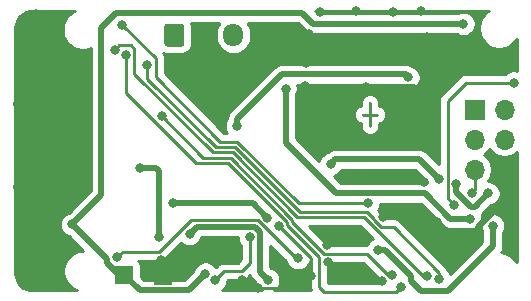
<source format=gbr>
%TF.GenerationSoftware,KiCad,Pcbnew,(5.1.10)-1*%
%TF.CreationDate,2022-01-07T12:59:57+03:00*%
%TF.ProjectId,calve_heater,63616c76-655f-4686-9561-7465722e6b69,rev?*%
%TF.SameCoordinates,Original*%
%TF.FileFunction,Copper,L2,Bot*%
%TF.FilePolarity,Positive*%
%FSLAX46Y46*%
G04 Gerber Fmt 4.6, Leading zero omitted, Abs format (unit mm)*
G04 Created by KiCad (PCBNEW (5.1.10)-1) date 2022-01-07 12:59:57*
%MOMM*%
%LPD*%
G01*
G04 APERTURE LIST*
%TA.AperFunction,ComponentPad*%
%ADD10C,1.450000*%
%TD*%
%TA.AperFunction,ComponentPad*%
%ADD11O,1.900000X1.200000*%
%TD*%
%TA.AperFunction,ComponentPad*%
%ADD12O,1.700000X1.950000*%
%TD*%
%TA.AperFunction,ComponentPad*%
%ADD13C,0.500000*%
%TD*%
%TA.AperFunction,SMDPad,CuDef*%
%ADD14R,1.680000X1.680000*%
%TD*%
%TA.AperFunction,ComponentPad*%
%ADD15C,0.300000*%
%TD*%
%TA.AperFunction,ComponentPad*%
%ADD16R,1.700000X1.700000*%
%TD*%
%TA.AperFunction,ComponentPad*%
%ADD17O,1.700000X1.700000*%
%TD*%
%TA.AperFunction,SMDPad,CuDef*%
%ADD18R,1.500000X1.500000*%
%TD*%
%TA.AperFunction,ViaPad*%
%ADD19C,0.800000*%
%TD*%
%TA.AperFunction,Conductor*%
%ADD20C,0.250000*%
%TD*%
%TA.AperFunction,Conductor*%
%ADD21C,0.500000*%
%TD*%
%TA.AperFunction,Conductor*%
%ADD22C,0.254000*%
%TD*%
%TA.AperFunction,Conductor*%
%ADD23C,0.100000*%
%TD*%
G04 APERTURE END LIST*
D10*
%TO.P,J1,6*%
%TO.N,GND*%
X16162500Y-134550000D03*
X16162500Y-139550000D03*
D11*
X13462500Y-133550000D03*
X13462500Y-140550000D03*
%TD*%
%TO.P,J2,1*%
%TO.N,/controller/HEATER_+VE*%
%TA.AperFunction,ComponentPad*%
G36*
G01*
X25350000Y-128450000D02*
X25350000Y-127000000D01*
G75*
G02*
X25600000Y-126750000I250000J0D01*
G01*
X26800000Y-126750000D01*
G75*
G02*
X27050000Y-127000000I0J-250000D01*
G01*
X27050000Y-128450000D01*
G75*
G02*
X26800000Y-128700000I-250000J0D01*
G01*
X25600000Y-128700000D01*
G75*
G02*
X25350000Y-128450000I0J250000D01*
G01*
G37*
%TD.AperFunction*%
D12*
%TO.P,J2,2*%
%TO.N,GND*%
X28700000Y-127725000D03*
%TO.P,J2,3*%
%TO.N,/controller/RTD_+VE*%
X31200000Y-127725000D03*
%TO.P,J2,4*%
%TO.N,GND*%
X33700000Y-127725000D03*
%TD*%
D13*
%TO.P,U1,17*%
%TO.N,GND*%
X30360000Y-145785000D03*
X31540000Y-145785000D03*
X30360000Y-146965000D03*
X31540000Y-146965000D03*
D14*
X30950000Y-146375000D03*
%TD*%
D15*
%TO.P,U2,12*%
%TO.N,N/C*%
X42775000Y-135400000D03*
%TO.P,U2,13*%
X42200000Y-134450000D03*
%TO.P,U2,14*%
X43350000Y-134450000D03*
%TO.P,U2,15*%
X42775000Y-133500000D03*
%TD*%
D16*
%TO.P,J3,1*%
%TO.N,/controller/MISO*%
X51625000Y-134025000D03*
D17*
%TO.P,J3,2*%
%TO.N,+3V3*%
X54165000Y-134025000D03*
%TO.P,J3,3*%
%TO.N,/controller/CLK*%
X51625000Y-136565000D03*
%TO.P,J3,4*%
%TO.N,/controller/MOSI*%
X54165000Y-136565000D03*
%TO.P,J3,5*%
%TO.N,/controller/reset*%
X51625000Y-139105000D03*
%TO.P,J3,6*%
%TO.N,GND*%
X54165000Y-139105000D03*
%TD*%
D18*
%TO.P,bat+,1*%
%TO.N,vbat+*%
X21975000Y-148025000D03*
%TD*%
%TO.P,bat-,1*%
%TO.N,GND*%
X25250000Y-148125000D03*
%TD*%
D19*
%TO.N,GND*%
X46400000Y-143725000D03*
X41775000Y-145175000D03*
X43500000Y-139450000D03*
X48400000Y-143525000D03*
X51881547Y-144296346D03*
X43899954Y-143125037D03*
X41346929Y-144600010D03*
X31950000Y-148425000D03*
X25075000Y-146800000D03*
X16375000Y-130275000D03*
X47375000Y-140125000D03*
X33300000Y-149175000D03*
X37275000Y-132000000D03*
X37325000Y-130125000D03*
X41900000Y-136625000D03*
X43750000Y-148550000D03*
X35025000Y-143875000D03*
X39150000Y-145498394D03*
X39200021Y-146948405D03*
X42425000Y-132150000D03*
X14450000Y-125950000D03*
X14350000Y-129225000D03*
X14350000Y-142750000D03*
X15775000Y-148875000D03*
X38525000Y-125725000D03*
X41550000Y-125700000D03*
X44675000Y-125725000D03*
X47075000Y-125700000D03*
X37600000Y-127600000D03*
X47625000Y-127900000D03*
X47675000Y-131600000D03*
X51025000Y-130350000D03*
X47150000Y-135275000D03*
X37750001Y-148125000D03*
%TO.N,/PWR_OUT*%
X31525000Y-135400000D03*
X24900000Y-144800000D03*
X23300000Y-139000000D03*
X46025000Y-131299990D03*
%TO.N,VBUS*%
X26100000Y-141925000D03*
X29650000Y-148474969D03*
X32600000Y-144800000D03*
X34088557Y-143192045D03*
%TO.N,+5V*%
X39425000Y-138650000D03*
X48571857Y-139872032D03*
%TO.N,/VBAT_OUT*%
X27497468Y-144575010D03*
X34137430Y-148449990D03*
%TO.N,/controller/RTD_+VE*%
X51250000Y-143250000D03*
X35625000Y-132250000D03*
%TO.N,/controller/reset*%
X51419600Y-141066035D03*
%TO.N,/controller/HEATER_PWM_PIN*%
X25125000Y-134600000D03*
X44616739Y-148036169D03*
%TO.N,/controller/LED_RED*%
X22099990Y-129400010D03*
X45349998Y-149075000D03*
%TO.N,/controller/LED_GREEN*%
X21155354Y-128975010D03*
X47562861Y-148158468D03*
%TO.N,/controller/LED_BLUE*%
X23900000Y-130225000D03*
X48617763Y-148391985D03*
%TO.N,/controller/TEMP_LVL_BTN*%
X21775000Y-126825000D03*
X42582046Y-141954673D03*
%TO.N,/controller/ON_OFF_BTN*%
X36664832Y-146615151D03*
X21325000Y-146550000D03*
%TO.N,vbat+*%
X17525000Y-143750000D03*
X28823481Y-147912040D03*
X50675000Y-126775000D03*
%TO.N,+3V3*%
X43468079Y-145891022D03*
X52782752Y-141123484D03*
X53176048Y-143851048D03*
X50070458Y-140299990D03*
%TO.N,Net-(R16-Pad2)*%
X49904336Y-142076956D03*
X54950000Y-131750000D03*
%TD*%
D20*
%TO.N,*%
X42200000Y-134450000D02*
X43350000Y-134450000D01*
X42775000Y-133500000D02*
X42775000Y-135400000D01*
D21*
%TO.N,GND*%
X25075000Y-147950000D02*
X25250000Y-148125000D01*
X25075000Y-146800000D02*
X25075000Y-147950000D01*
X51881547Y-144296346D02*
X51881547Y-143943453D01*
X51881547Y-143943453D02*
X54425000Y-141400000D01*
X54425000Y-139365000D02*
X54165000Y-139105000D01*
X54425000Y-141400000D02*
X54425000Y-139365000D01*
X48400000Y-143525000D02*
X49200000Y-144325000D01*
X51852893Y-144325000D02*
X51881547Y-144296346D01*
X49200000Y-144325000D02*
X51852893Y-144325000D01*
X43500000Y-139450000D02*
X44275000Y-139450000D01*
X44950000Y-140125000D02*
X47375000Y-140125000D01*
X44275000Y-139450000D02*
X44950000Y-140125000D01*
D20*
X36225000Y-145075000D02*
X36425000Y-145275000D01*
X35025000Y-143875000D02*
X36225000Y-145075000D01*
D21*
X51025000Y-130350000D02*
X51500000Y-130350000D01*
X46500000Y-132150000D02*
X42425000Y-132150000D01*
X47150000Y-132800000D02*
X46500000Y-132150000D01*
X47150000Y-135275000D02*
X47150000Y-132800000D01*
D20*
X37750001Y-147559315D02*
X37750001Y-148125000D01*
X37750001Y-146600001D02*
X37750001Y-147559315D01*
X31950000Y-148425000D02*
X32700000Y-149175000D01*
X36700001Y-149175000D02*
X37750001Y-148125000D01*
X36225000Y-145075000D02*
X37750001Y-146600001D01*
X32700000Y-149175000D02*
X36700001Y-149175000D01*
D21*
%TO.N,/PWR_OUT*%
X24900000Y-144800000D02*
X24900000Y-139225000D01*
X24675000Y-139000000D02*
X23300000Y-139000000D01*
X24900000Y-139225000D02*
X24675000Y-139000000D01*
X35309314Y-131050001D02*
X45775011Y-131050001D01*
X45775011Y-131050001D02*
X46025000Y-131299990D01*
X31525000Y-135400000D02*
X31525000Y-134834315D01*
X31525000Y-134834315D02*
X35309314Y-131050001D01*
%TO.N,VBUS*%
X26100000Y-141925000D02*
X32821512Y-141925000D01*
X32821512Y-141925000D02*
X34088557Y-143192045D01*
D20*
X32600000Y-146990002D02*
X32600000Y-144800000D01*
X31890003Y-147699999D02*
X32600000Y-146990002D01*
X29650000Y-148474969D02*
X30424970Y-147699999D01*
X30424970Y-147699999D02*
X31890003Y-147699999D01*
D21*
%TO.N,+5V*%
X39824999Y-138250001D02*
X46949826Y-138250001D01*
X39425000Y-138650000D02*
X39824999Y-138250001D01*
X46949826Y-138250001D02*
X48571857Y-139872032D01*
%TO.N,/VBAT_OUT*%
X27497468Y-144575010D02*
X28122480Y-143949998D01*
X33008002Y-143949998D02*
X33450002Y-144391998D01*
X28122480Y-143949998D02*
X33008002Y-143949998D01*
X33450002Y-144391998D02*
X33450002Y-147762562D01*
X33450002Y-147762562D02*
X34137430Y-148449990D01*
%TO.N,/controller/RTD_+VE*%
X31200000Y-127725000D02*
X31200000Y-128375000D01*
X35625000Y-136825000D02*
X39904671Y-141104671D01*
X47418518Y-141104671D02*
X49563847Y-143250000D01*
X35625000Y-132250000D02*
X35625000Y-136825000D01*
X39904671Y-141104671D02*
X47418518Y-141104671D01*
X49563847Y-143250000D02*
X51250000Y-143250000D01*
D20*
%TO.N,/controller/reset*%
X51625000Y-140860635D02*
X51419600Y-141066035D01*
X51625000Y-139105000D02*
X51625000Y-140860635D01*
%TO.N,/controller/HEATER_PWM_PIN*%
X28625000Y-138100000D02*
X30959413Y-138100000D01*
X44309171Y-148036169D02*
X44616739Y-148036169D01*
X30959413Y-138100000D02*
X36200012Y-143340599D01*
X36200012Y-143577028D02*
X38846388Y-146223404D01*
X42496406Y-146223404D02*
X44309171Y-148036169D01*
X38846388Y-146223404D02*
X42496406Y-146223404D01*
X36200012Y-143340599D02*
X36200012Y-143577028D01*
X25125000Y-134600000D02*
X28625000Y-138100000D01*
%TO.N,/controller/LED_RED*%
X38475011Y-149075011D02*
X38874999Y-149474999D01*
X35750001Y-143805487D02*
X38475011Y-146530497D01*
X38475011Y-146530497D02*
X38475011Y-149075011D01*
X35750001Y-143526999D02*
X35750001Y-143805487D01*
X38874999Y-149474999D02*
X44949999Y-149474999D01*
X30773013Y-138550011D02*
X35750001Y-143526999D01*
X28002007Y-138550011D02*
X30773013Y-138550011D01*
X22099990Y-132647994D02*
X28002007Y-138550011D01*
X22099990Y-129400010D02*
X22099990Y-132647994D01*
X44949999Y-149474999D02*
X45349998Y-149075000D01*
%TO.N,/controller/LED_GREEN*%
X22525011Y-128575011D02*
X22825000Y-128875000D01*
X22825000Y-131001996D02*
X29472993Y-137649989D01*
X21155354Y-128975010D02*
X21555353Y-128575011D01*
X21555353Y-128575011D02*
X22525011Y-128575011D01*
X22825000Y-128875000D02*
X22825000Y-131001996D01*
X29472993Y-137649989D02*
X31145813Y-137649989D01*
X31145813Y-137649989D02*
X36620813Y-143124989D01*
X36620813Y-143124989D02*
X42238179Y-143124989D01*
X42238179Y-143124989D02*
X47271658Y-148158468D01*
X47271658Y-148158468D02*
X47562861Y-148158468D01*
%TO.N,/controller/LED_BLUE*%
X43100022Y-143275423D02*
X43100022Y-143350417D01*
X42499577Y-142674978D02*
X43100022Y-143275423D01*
X43100022Y-143350417D02*
X43724606Y-143975001D01*
X31332212Y-137199978D02*
X36807212Y-142674978D01*
X29699978Y-137199978D02*
X31332212Y-137199978D01*
X23900000Y-131400000D02*
X29699978Y-137199978D01*
X23900000Y-130225000D02*
X23900000Y-131400000D01*
X48617763Y-147826300D02*
X48617763Y-148391985D01*
X36807212Y-142674978D02*
X42499577Y-142674978D01*
X43724606Y-143975001D02*
X44766464Y-143975001D01*
X44766464Y-143975001D02*
X48617763Y-147826300D01*
%TO.N,/controller/TEMP_LVL_BTN*%
X31518612Y-136749967D02*
X36723318Y-141954673D01*
X36723318Y-141954673D02*
X42582046Y-141954673D01*
X24625001Y-131275001D02*
X30099967Y-136749967D01*
X30099967Y-136749967D02*
X31518612Y-136749967D01*
X21775000Y-126825000D02*
X24625001Y-129675001D01*
X24625001Y-129675001D02*
X24625001Y-131275001D01*
%TO.N,/controller/ON_OFF_BTN*%
X21824999Y-146050001D02*
X21325000Y-146550000D01*
X24899999Y-146050001D02*
X21824999Y-146050001D01*
X27575013Y-143374987D02*
X24899999Y-146050001D01*
X33246179Y-143374987D02*
X27575013Y-143374987D01*
X36664832Y-146615151D02*
X36486343Y-146615151D01*
X36486343Y-146615151D02*
X33246179Y-143374987D01*
D21*
%TO.N,vbat+*%
X27410520Y-149325001D02*
X28823481Y-147912040D01*
X21975000Y-148025000D02*
X23275001Y-149325001D01*
X23275001Y-149325001D02*
X27410520Y-149325001D01*
X17525000Y-143750000D02*
X19500000Y-141775000D01*
X20025001Y-141249999D02*
X20025001Y-127124999D01*
X19500000Y-141775000D02*
X20025001Y-141249999D01*
X20025001Y-127124999D02*
X21300000Y-125850000D01*
X21300000Y-125850000D02*
X37050000Y-125850000D01*
X37975000Y-126775000D02*
X50675000Y-126775000D01*
X37050000Y-125850000D02*
X37975000Y-126775000D01*
X20475000Y-146700000D02*
X17525000Y-143750000D01*
X20475000Y-147000000D02*
X20475000Y-146700000D01*
X21500000Y-148025000D02*
X20475000Y-147000000D01*
X21975000Y-148025000D02*
X21500000Y-148025000D01*
%TO.N,+3V3*%
X44033764Y-145891022D02*
X46225000Y-148082258D01*
X43468079Y-145891022D02*
X44033764Y-145891022D01*
X46225000Y-148082258D02*
X46225000Y-148500000D01*
X53176048Y-145598952D02*
X53176048Y-143851048D01*
X46225000Y-148550000D02*
X47050000Y-149375000D01*
X46225000Y-148082258D02*
X46225000Y-148550000D01*
X47050000Y-149375000D02*
X49400000Y-149375000D01*
X49400000Y-149375000D02*
X53176048Y-145598952D01*
X50070458Y-140985074D02*
X50070458Y-140299990D01*
X52782752Y-141123484D02*
X51631236Y-142275000D01*
X51360384Y-142275000D02*
X50070458Y-140985074D01*
X51631236Y-142275000D02*
X51360384Y-142275000D01*
D20*
%TO.N,Net-(R16-Pad2)*%
X49904336Y-142076956D02*
X49345457Y-141518077D01*
X49345457Y-141518077D02*
X49345457Y-133304543D01*
X49345457Y-133304543D02*
X50900000Y-131750000D01*
X50900000Y-131750000D02*
X54950000Y-131750000D01*
%TD*%
D22*
%TO.N,GND*%
X17653169Y-125712463D02*
X17369002Y-125902337D01*
X17127337Y-126144002D01*
X16937463Y-126428169D01*
X16806675Y-126743919D01*
X16740000Y-127079117D01*
X16740000Y-127420883D01*
X16806675Y-127756081D01*
X16937463Y-128071831D01*
X17127337Y-128355998D01*
X17369002Y-128597663D01*
X17653169Y-128787537D01*
X17968919Y-128918325D01*
X18304117Y-128985000D01*
X18645883Y-128985000D01*
X18981081Y-128918325D01*
X19140002Y-128852498D01*
X19140001Y-140883421D01*
X18904959Y-141118463D01*
X18904953Y-141118468D01*
X17279957Y-142743465D01*
X17223102Y-142754774D01*
X17034744Y-142832795D01*
X16865226Y-142946063D01*
X16721063Y-143090226D01*
X16607795Y-143259744D01*
X16529774Y-143448102D01*
X16490000Y-143648061D01*
X16490000Y-143851939D01*
X16529774Y-144051898D01*
X16607795Y-144240256D01*
X16721063Y-144409774D01*
X16865226Y-144553937D01*
X17034744Y-144667205D01*
X17223102Y-144745226D01*
X17279957Y-144756535D01*
X18488421Y-145965000D01*
X18379117Y-145965000D01*
X18043919Y-146031675D01*
X17728169Y-146162463D01*
X17444002Y-146352337D01*
X17202337Y-146594002D01*
X17012463Y-146878169D01*
X16881675Y-147193919D01*
X16815000Y-147529117D01*
X16815000Y-147870883D01*
X16881675Y-148206081D01*
X17012463Y-148521831D01*
X17202337Y-148805998D01*
X17444002Y-149047663D01*
X17728169Y-149237537D01*
X17975536Y-149340000D01*
X14207278Y-149340000D01*
X13895917Y-149309471D01*
X13627464Y-149228420D01*
X13379871Y-149096773D01*
X13162555Y-148919534D01*
X12983812Y-148703471D01*
X12850434Y-148456795D01*
X12767511Y-148188913D01*
X12735000Y-147879591D01*
X12735000Y-127107279D01*
X12765053Y-126800775D01*
X12844694Y-126536992D01*
X12974051Y-126293705D01*
X13148203Y-126080174D01*
X13360514Y-125904535D01*
X13602892Y-125773482D01*
X13866111Y-125692002D01*
X14170591Y-125660000D01*
X17779826Y-125660000D01*
X17653169Y-125712463D01*
%TA.AperFunction,Conductor*%
D23*
G36*
X17653169Y-125712463D02*
G01*
X17369002Y-125902337D01*
X17127337Y-126144002D01*
X16937463Y-126428169D01*
X16806675Y-126743919D01*
X16740000Y-127079117D01*
X16740000Y-127420883D01*
X16806675Y-127756081D01*
X16937463Y-128071831D01*
X17127337Y-128355998D01*
X17369002Y-128597663D01*
X17653169Y-128787537D01*
X17968919Y-128918325D01*
X18304117Y-128985000D01*
X18645883Y-128985000D01*
X18981081Y-128918325D01*
X19140002Y-128852498D01*
X19140001Y-140883421D01*
X18904959Y-141118463D01*
X18904953Y-141118468D01*
X17279957Y-142743465D01*
X17223102Y-142754774D01*
X17034744Y-142832795D01*
X16865226Y-142946063D01*
X16721063Y-143090226D01*
X16607795Y-143259744D01*
X16529774Y-143448102D01*
X16490000Y-143648061D01*
X16490000Y-143851939D01*
X16529774Y-144051898D01*
X16607795Y-144240256D01*
X16721063Y-144409774D01*
X16865226Y-144553937D01*
X17034744Y-144667205D01*
X17223102Y-144745226D01*
X17279957Y-144756535D01*
X18488421Y-145965000D01*
X18379117Y-145965000D01*
X18043919Y-146031675D01*
X17728169Y-146162463D01*
X17444002Y-146352337D01*
X17202337Y-146594002D01*
X17012463Y-146878169D01*
X16881675Y-147193919D01*
X16815000Y-147529117D01*
X16815000Y-147870883D01*
X16881675Y-148206081D01*
X17012463Y-148521831D01*
X17202337Y-148805998D01*
X17444002Y-149047663D01*
X17728169Y-149237537D01*
X17975536Y-149340000D01*
X14207278Y-149340000D01*
X13895917Y-149309471D01*
X13627464Y-149228420D01*
X13379871Y-149096773D01*
X13162555Y-148919534D01*
X12983812Y-148703471D01*
X12850434Y-148456795D01*
X12767511Y-148188913D01*
X12735000Y-147879591D01*
X12735000Y-127107279D01*
X12765053Y-126800775D01*
X12844694Y-126536992D01*
X12974051Y-126293705D01*
X13148203Y-126080174D01*
X13360514Y-125904535D01*
X13602892Y-125773482D01*
X13866111Y-125692002D01*
X14170591Y-125660000D01*
X17779826Y-125660000D01*
X17653169Y-125712463D01*
G37*
%TD.AperFunction*%
D22*
X32628414Y-148102875D02*
X32710592Y-148256621D01*
X32793470Y-148357608D01*
X32793473Y-148357611D01*
X32821186Y-148391379D01*
X32854953Y-148419091D01*
X33130895Y-148695033D01*
X33142204Y-148751888D01*
X33220225Y-148940246D01*
X33333493Y-149109764D01*
X33477656Y-149253927D01*
X33606474Y-149340000D01*
X30218340Y-149340000D01*
X30309774Y-149278906D01*
X30453937Y-149134743D01*
X30567205Y-148965225D01*
X30645226Y-148776867D01*
X30685000Y-148576908D01*
X30685000Y-148514771D01*
X30739772Y-148459999D01*
X31852681Y-148459999D01*
X31890003Y-148463675D01*
X31927325Y-148459999D01*
X31927336Y-148459999D01*
X32038989Y-148449002D01*
X32182250Y-148405545D01*
X32314279Y-148334973D01*
X32430004Y-148240000D01*
X32453806Y-148210997D01*
X32612939Y-148051864D01*
X32628414Y-148102875D01*
%TA.AperFunction,Conductor*%
D23*
G36*
X32628414Y-148102875D02*
G01*
X32710592Y-148256621D01*
X32793470Y-148357608D01*
X32793473Y-148357611D01*
X32821186Y-148391379D01*
X32854953Y-148419091D01*
X33130895Y-148695033D01*
X33142204Y-148751888D01*
X33220225Y-148940246D01*
X33333493Y-149109764D01*
X33477656Y-149253927D01*
X33606474Y-149340000D01*
X30218340Y-149340000D01*
X30309774Y-149278906D01*
X30453937Y-149134743D01*
X30567205Y-148965225D01*
X30645226Y-148776867D01*
X30685000Y-148576908D01*
X30685000Y-148514771D01*
X30739772Y-148459999D01*
X31852681Y-148459999D01*
X31890003Y-148463675D01*
X31927325Y-148459999D01*
X31927336Y-148459999D01*
X32038989Y-148449002D01*
X32182250Y-148405545D01*
X32314279Y-148334973D01*
X32430004Y-148240000D01*
X32453806Y-148210997D01*
X32612939Y-148051864D01*
X32628414Y-148102875D01*
G37*
%TD.AperFunction*%
D22*
X35658722Y-146862332D02*
X35669606Y-146917049D01*
X35747627Y-147105407D01*
X35860895Y-147274925D01*
X36005058Y-147419088D01*
X36174576Y-147532356D01*
X36362934Y-147610377D01*
X36562893Y-147650151D01*
X36766771Y-147650151D01*
X36966730Y-147610377D01*
X37155088Y-147532356D01*
X37324606Y-147419088D01*
X37468769Y-147274925D01*
X37582037Y-147105407D01*
X37660058Y-146917049D01*
X37681079Y-146811367D01*
X37715011Y-146845299D01*
X37715012Y-149037679D01*
X37711335Y-149075011D01*
X37715012Y-149112344D01*
X37726009Y-149223997D01*
X37736567Y-149258802D01*
X37761197Y-149340000D01*
X34668386Y-149340000D01*
X34797204Y-149253927D01*
X34941367Y-149109764D01*
X35054635Y-148940246D01*
X35132656Y-148751888D01*
X35172430Y-148551929D01*
X35172430Y-148348051D01*
X35132656Y-148148092D01*
X35054635Y-147959734D01*
X34941367Y-147790216D01*
X34797204Y-147646053D01*
X34627686Y-147532785D01*
X34439328Y-147454764D01*
X34382473Y-147443455D01*
X34335002Y-147395984D01*
X34335002Y-145538612D01*
X35658722Y-146862332D01*
%TA.AperFunction,Conductor*%
D23*
G36*
X35658722Y-146862332D02*
G01*
X35669606Y-146917049D01*
X35747627Y-147105407D01*
X35860895Y-147274925D01*
X36005058Y-147419088D01*
X36174576Y-147532356D01*
X36362934Y-147610377D01*
X36562893Y-147650151D01*
X36766771Y-147650151D01*
X36966730Y-147610377D01*
X37155088Y-147532356D01*
X37324606Y-147419088D01*
X37468769Y-147274925D01*
X37582037Y-147105407D01*
X37660058Y-146917049D01*
X37681079Y-146811367D01*
X37715011Y-146845299D01*
X37715012Y-149037679D01*
X37711335Y-149075011D01*
X37715012Y-149112344D01*
X37726009Y-149223997D01*
X37736567Y-149258802D01*
X37761197Y-149340000D01*
X34668386Y-149340000D01*
X34797204Y-149253927D01*
X34941367Y-149109764D01*
X35054635Y-148940246D01*
X35132656Y-148751888D01*
X35172430Y-148551929D01*
X35172430Y-148348051D01*
X35132656Y-148148092D01*
X35054635Y-147959734D01*
X34941367Y-147790216D01*
X34797204Y-147646053D01*
X34627686Y-147532785D01*
X34439328Y-147454764D01*
X34382473Y-147443455D01*
X34335002Y-147395984D01*
X34335002Y-145538612D01*
X35658722Y-146862332D01*
G37*
%TD.AperFunction*%
D22*
X43681792Y-148483592D02*
X43699534Y-148526425D01*
X43812802Y-148695943D01*
X43831858Y-148714999D01*
X39235011Y-148714999D01*
X39235011Y-146983404D01*
X42181605Y-146983404D01*
X43681792Y-148483592D01*
%TA.AperFunction,Conductor*%
D23*
G36*
X43681792Y-148483592D02*
G01*
X43699534Y-148526425D01*
X43812802Y-148695943D01*
X43831858Y-148714999D01*
X39235011Y-148714999D01*
X39235011Y-146983404D01*
X42181605Y-146983404D01*
X43681792Y-148483592D01*
G37*
%TD.AperFunction*%
D22*
X31565000Y-144901939D02*
X31604774Y-145101898D01*
X31682795Y-145290256D01*
X31796063Y-145459774D01*
X31840001Y-145503712D01*
X31840000Y-146675199D01*
X31575201Y-146939999D01*
X30462292Y-146939999D01*
X30424969Y-146936323D01*
X30387646Y-146939999D01*
X30387637Y-146939999D01*
X30275984Y-146950996D01*
X30157029Y-146987080D01*
X30132723Y-146994453D01*
X30000693Y-147065025D01*
X29934969Y-147118964D01*
X29884969Y-147159998D01*
X29861171Y-147188997D01*
X29695704Y-147354463D01*
X29627418Y-147252266D01*
X29483255Y-147108103D01*
X29313737Y-146994835D01*
X29125379Y-146916814D01*
X28925420Y-146877040D01*
X28721542Y-146877040D01*
X28521583Y-146916814D01*
X28333225Y-146994835D01*
X28163707Y-147108103D01*
X28019544Y-147252266D01*
X27906276Y-147421784D01*
X27828255Y-147610142D01*
X27816946Y-147666996D01*
X27043942Y-148440001D01*
X23641580Y-148440001D01*
X23363072Y-148161493D01*
X23363072Y-147275000D01*
X23350812Y-147150518D01*
X23314502Y-147030820D01*
X23255537Y-146920506D01*
X23176185Y-146823815D01*
X23159353Y-146810001D01*
X24862677Y-146810001D01*
X24899999Y-146813677D01*
X24937321Y-146810001D01*
X24937332Y-146810001D01*
X25048985Y-146799004D01*
X25192246Y-146755547D01*
X25324275Y-146684975D01*
X25440000Y-146590002D01*
X25463803Y-146560998D01*
X26741774Y-145283027D01*
X26837694Y-145378947D01*
X27007212Y-145492215D01*
X27195570Y-145570236D01*
X27395529Y-145610010D01*
X27599407Y-145610010D01*
X27799366Y-145570236D01*
X27987724Y-145492215D01*
X28157242Y-145378947D01*
X28301405Y-145234784D01*
X28414673Y-145065266D01*
X28492694Y-144876908D01*
X28501030Y-144834998D01*
X31565000Y-144834998D01*
X31565000Y-144901939D01*
%TA.AperFunction,Conductor*%
D23*
G36*
X31565000Y-144901939D02*
G01*
X31604774Y-145101898D01*
X31682795Y-145290256D01*
X31796063Y-145459774D01*
X31840001Y-145503712D01*
X31840000Y-146675199D01*
X31575201Y-146939999D01*
X30462292Y-146939999D01*
X30424969Y-146936323D01*
X30387646Y-146939999D01*
X30387637Y-146939999D01*
X30275984Y-146950996D01*
X30157029Y-146987080D01*
X30132723Y-146994453D01*
X30000693Y-147065025D01*
X29934969Y-147118964D01*
X29884969Y-147159998D01*
X29861171Y-147188997D01*
X29695704Y-147354463D01*
X29627418Y-147252266D01*
X29483255Y-147108103D01*
X29313737Y-146994835D01*
X29125379Y-146916814D01*
X28925420Y-146877040D01*
X28721542Y-146877040D01*
X28521583Y-146916814D01*
X28333225Y-146994835D01*
X28163707Y-147108103D01*
X28019544Y-147252266D01*
X27906276Y-147421784D01*
X27828255Y-147610142D01*
X27816946Y-147666996D01*
X27043942Y-148440001D01*
X23641580Y-148440001D01*
X23363072Y-148161493D01*
X23363072Y-147275000D01*
X23350812Y-147150518D01*
X23314502Y-147030820D01*
X23255537Y-146920506D01*
X23176185Y-146823815D01*
X23159353Y-146810001D01*
X24862677Y-146810001D01*
X24899999Y-146813677D01*
X24937321Y-146810001D01*
X24937332Y-146810001D01*
X25048985Y-146799004D01*
X25192246Y-146755547D01*
X25324275Y-146684975D01*
X25440000Y-146590002D01*
X25463803Y-146560998D01*
X26741774Y-145283027D01*
X26837694Y-145378947D01*
X27007212Y-145492215D01*
X27195570Y-145570236D01*
X27395529Y-145610010D01*
X27599407Y-145610010D01*
X27799366Y-145570236D01*
X27987724Y-145492215D01*
X28157242Y-145378947D01*
X28301405Y-145234784D01*
X28414673Y-145065266D01*
X28492694Y-144876908D01*
X28501030Y-144834998D01*
X31565000Y-144834998D01*
X31565000Y-144901939D01*
G37*
%TD.AperFunction*%
D22*
X48907317Y-143845049D02*
X48935030Y-143878817D01*
X48968798Y-143906530D01*
X48968800Y-143906532D01*
X49025406Y-143952987D01*
X49069788Y-143989411D01*
X49223534Y-144071589D01*
X49390357Y-144122195D01*
X49520370Y-144135000D01*
X49520380Y-144135000D01*
X49563846Y-144139281D01*
X49607312Y-144135000D01*
X50711546Y-144135000D01*
X50759744Y-144167205D01*
X50948102Y-144245226D01*
X51148061Y-144285000D01*
X51351939Y-144285000D01*
X51551898Y-144245226D01*
X51740256Y-144167205D01*
X51909774Y-144053937D01*
X52053937Y-143909774D01*
X52141048Y-143779403D01*
X52141048Y-143952987D01*
X52180822Y-144152946D01*
X52258843Y-144341304D01*
X52291049Y-144389503D01*
X52291048Y-145232373D01*
X49560369Y-147963053D01*
X49534968Y-147901729D01*
X49421700Y-147732211D01*
X49366750Y-147677261D01*
X49323309Y-147534053D01*
X49252737Y-147402024D01*
X49157764Y-147286299D01*
X49128767Y-147262502D01*
X45330268Y-143464004D01*
X45306465Y-143435000D01*
X45190740Y-143340027D01*
X45058711Y-143269455D01*
X44915450Y-143225998D01*
X44803797Y-143215001D01*
X44803786Y-143215001D01*
X44766464Y-143211325D01*
X44729142Y-143215001D01*
X44039408Y-143215001D01*
X43803255Y-142978849D01*
X43734996Y-142851147D01*
X43706191Y-142816048D01*
X43663821Y-142764419D01*
X43663817Y-142764415D01*
X43640023Y-142735422D01*
X43611031Y-142711629D01*
X43437199Y-142537797D01*
X43499251Y-142444929D01*
X43577272Y-142256571D01*
X43617046Y-142056612D01*
X43617046Y-141989671D01*
X47051940Y-141989671D01*
X48907317Y-143845049D01*
%TA.AperFunction,Conductor*%
D23*
G36*
X48907317Y-143845049D02*
G01*
X48935030Y-143878817D01*
X48968798Y-143906530D01*
X48968800Y-143906532D01*
X49025406Y-143952987D01*
X49069788Y-143989411D01*
X49223534Y-144071589D01*
X49390357Y-144122195D01*
X49520370Y-144135000D01*
X49520380Y-144135000D01*
X49563846Y-144139281D01*
X49607312Y-144135000D01*
X50711546Y-144135000D01*
X50759744Y-144167205D01*
X50948102Y-144245226D01*
X51148061Y-144285000D01*
X51351939Y-144285000D01*
X51551898Y-144245226D01*
X51740256Y-144167205D01*
X51909774Y-144053937D01*
X52053937Y-143909774D01*
X52141048Y-143779403D01*
X52141048Y-143952987D01*
X52180822Y-144152946D01*
X52258843Y-144341304D01*
X52291049Y-144389503D01*
X52291048Y-145232373D01*
X49560369Y-147963053D01*
X49534968Y-147901729D01*
X49421700Y-147732211D01*
X49366750Y-147677261D01*
X49323309Y-147534053D01*
X49252737Y-147402024D01*
X49157764Y-147286299D01*
X49128767Y-147262502D01*
X45330268Y-143464004D01*
X45306465Y-143435000D01*
X45190740Y-143340027D01*
X45058711Y-143269455D01*
X44915450Y-143225998D01*
X44803797Y-143215001D01*
X44803786Y-143215001D01*
X44766464Y-143211325D01*
X44729142Y-143215001D01*
X44039408Y-143215001D01*
X43803255Y-142978849D01*
X43734996Y-142851147D01*
X43706191Y-142816048D01*
X43663821Y-142764419D01*
X43663817Y-142764415D01*
X43640023Y-142735422D01*
X43611031Y-142711629D01*
X43437199Y-142537797D01*
X43499251Y-142444929D01*
X43577272Y-142256571D01*
X43617046Y-142056612D01*
X43617046Y-141989671D01*
X47051940Y-141989671D01*
X48907317Y-143845049D01*
G37*
%TD.AperFunction*%
D22*
X53011525Y-137511632D02*
X53218368Y-137718475D01*
X53461589Y-137880990D01*
X53731842Y-137992932D01*
X54018740Y-138050000D01*
X54311260Y-138050000D01*
X54598158Y-137992932D01*
X54868411Y-137880990D01*
X55111632Y-137718475D01*
X55215000Y-137615107D01*
X55215000Y-146957025D01*
X55072663Y-146744002D01*
X54830998Y-146502337D01*
X54546831Y-146312463D01*
X54231081Y-146181675D01*
X53897198Y-146115262D01*
X53904618Y-146106221D01*
X53915459Y-146093011D01*
X53997637Y-145939265D01*
X54048243Y-145772442D01*
X54061048Y-145642429D01*
X54061048Y-145642419D01*
X54065329Y-145598953D01*
X54061048Y-145555487D01*
X54061048Y-144389502D01*
X54093253Y-144341304D01*
X54171274Y-144152946D01*
X54211048Y-143952987D01*
X54211048Y-143749109D01*
X54171274Y-143549150D01*
X54093253Y-143360792D01*
X53979985Y-143191274D01*
X53835822Y-143047111D01*
X53666304Y-142933843D01*
X53477946Y-142855822D01*
X53277987Y-142816048D01*
X53074109Y-142816048D01*
X52874150Y-142855822D01*
X52685792Y-142933843D01*
X52516274Y-143047111D01*
X52372111Y-143191274D01*
X52285000Y-143321645D01*
X52285000Y-143148061D01*
X52245226Y-142948102D01*
X52235298Y-142924133D01*
X52260053Y-142903817D01*
X52287770Y-142870044D01*
X53027796Y-142130019D01*
X53084650Y-142118710D01*
X53273008Y-142040689D01*
X53442526Y-141927421D01*
X53586689Y-141783258D01*
X53699957Y-141613740D01*
X53777978Y-141425382D01*
X53817752Y-141225423D01*
X53817752Y-141021545D01*
X53777978Y-140821586D01*
X53699957Y-140633228D01*
X53586689Y-140463710D01*
X53442526Y-140319547D01*
X53273008Y-140206279D01*
X53084650Y-140128258D01*
X52884691Y-140088484D01*
X52741623Y-140088484D01*
X52778475Y-140051632D01*
X52940990Y-139808411D01*
X53052932Y-139538158D01*
X53110000Y-139251260D01*
X53110000Y-138958740D01*
X53052932Y-138671842D01*
X52940990Y-138401589D01*
X52778475Y-138158368D01*
X52571632Y-137951525D01*
X52397240Y-137835000D01*
X52571632Y-137718475D01*
X52778475Y-137511632D01*
X52895000Y-137337240D01*
X53011525Y-137511632D01*
%TA.AperFunction,Conductor*%
D23*
G36*
X53011525Y-137511632D02*
G01*
X53218368Y-137718475D01*
X53461589Y-137880990D01*
X53731842Y-137992932D01*
X54018740Y-138050000D01*
X54311260Y-138050000D01*
X54598158Y-137992932D01*
X54868411Y-137880990D01*
X55111632Y-137718475D01*
X55215000Y-137615107D01*
X55215000Y-146957025D01*
X55072663Y-146744002D01*
X54830998Y-146502337D01*
X54546831Y-146312463D01*
X54231081Y-146181675D01*
X53897198Y-146115262D01*
X53904618Y-146106221D01*
X53915459Y-146093011D01*
X53997637Y-145939265D01*
X54048243Y-145772442D01*
X54061048Y-145642429D01*
X54061048Y-145642419D01*
X54065329Y-145598953D01*
X54061048Y-145555487D01*
X54061048Y-144389502D01*
X54093253Y-144341304D01*
X54171274Y-144152946D01*
X54211048Y-143952987D01*
X54211048Y-143749109D01*
X54171274Y-143549150D01*
X54093253Y-143360792D01*
X53979985Y-143191274D01*
X53835822Y-143047111D01*
X53666304Y-142933843D01*
X53477946Y-142855822D01*
X53277987Y-142816048D01*
X53074109Y-142816048D01*
X52874150Y-142855822D01*
X52685792Y-142933843D01*
X52516274Y-143047111D01*
X52372111Y-143191274D01*
X52285000Y-143321645D01*
X52285000Y-143148061D01*
X52245226Y-142948102D01*
X52235298Y-142924133D01*
X52260053Y-142903817D01*
X52287770Y-142870044D01*
X53027796Y-142130019D01*
X53084650Y-142118710D01*
X53273008Y-142040689D01*
X53442526Y-141927421D01*
X53586689Y-141783258D01*
X53699957Y-141613740D01*
X53777978Y-141425382D01*
X53817752Y-141225423D01*
X53817752Y-141021545D01*
X53777978Y-140821586D01*
X53699957Y-140633228D01*
X53586689Y-140463710D01*
X53442526Y-140319547D01*
X53273008Y-140206279D01*
X53084650Y-140128258D01*
X52884691Y-140088484D01*
X52741623Y-140088484D01*
X52778475Y-140051632D01*
X52940990Y-139808411D01*
X53052932Y-139538158D01*
X53110000Y-139251260D01*
X53110000Y-138958740D01*
X53052932Y-138671842D01*
X52940990Y-138401589D01*
X52778475Y-138158368D01*
X52571632Y-137951525D01*
X52397240Y-137835000D01*
X52571632Y-137718475D01*
X52778475Y-137511632D01*
X52895000Y-137337240D01*
X53011525Y-137511632D01*
G37*
%TD.AperFunction*%
D22*
X43002135Y-144963746D02*
X42977823Y-144973817D01*
X42808305Y-145087085D01*
X42664142Y-145231248D01*
X42550874Y-145400766D01*
X42525273Y-145462571D01*
X42496406Y-145459728D01*
X42459084Y-145463404D01*
X39161190Y-145463404D01*
X37582774Y-143884989D01*
X41923378Y-143884989D01*
X43002135Y-144963746D01*
%TA.AperFunction,Conductor*%
D23*
G36*
X43002135Y-144963746D02*
G01*
X42977823Y-144973817D01*
X42808305Y-145087085D01*
X42664142Y-145231248D01*
X42550874Y-145400766D01*
X42525273Y-145462571D01*
X42496406Y-145459728D01*
X42459084Y-145463404D01*
X39161190Y-145463404D01*
X37582774Y-143884989D01*
X41923378Y-143884989D01*
X43002135Y-144963746D01*
G37*
%TD.AperFunction*%
D22*
X34989891Y-143841691D02*
X34990001Y-143842809D01*
X34990001Y-143842820D01*
X35000998Y-143954473D01*
X35044455Y-144097734D01*
X35045291Y-144099297D01*
X34845153Y-143899160D01*
X34892494Y-143851819D01*
X34935562Y-143787362D01*
X34989891Y-143841691D01*
%TA.AperFunction,Conductor*%
D23*
G36*
X34989891Y-143841691D02*
G01*
X34990001Y-143842809D01*
X34990001Y-143842820D01*
X35000998Y-143954473D01*
X35044455Y-144097734D01*
X35045291Y-144099297D01*
X34845153Y-143899160D01*
X34892494Y-143851819D01*
X34935562Y-143787362D01*
X34989891Y-143841691D01*
G37*
%TD.AperFunction*%
D22*
X47565322Y-140117076D02*
X47576631Y-140173930D01*
X47602157Y-140235555D01*
X47592008Y-140232476D01*
X47461995Y-140219671D01*
X47461987Y-140219671D01*
X47418518Y-140215390D01*
X47375049Y-140219671D01*
X40271250Y-140219671D01*
X39701798Y-139650219D01*
X39726898Y-139645226D01*
X39915256Y-139567205D01*
X40084774Y-139453937D01*
X40228937Y-139309774D01*
X40342205Y-139140256D01*
X40344382Y-139135001D01*
X46583248Y-139135001D01*
X47565322Y-140117076D01*
%TA.AperFunction,Conductor*%
D23*
G36*
X47565322Y-140117076D02*
G01*
X47576631Y-140173930D01*
X47602157Y-140235555D01*
X47592008Y-140232476D01*
X47461995Y-140219671D01*
X47461987Y-140219671D01*
X47418518Y-140215390D01*
X47375049Y-140219671D01*
X40271250Y-140219671D01*
X39701798Y-139650219D01*
X39726898Y-139645226D01*
X39915256Y-139567205D01*
X40084774Y-139453937D01*
X40228937Y-139309774D01*
X40342205Y-139140256D01*
X40344382Y-139135001D01*
X46583248Y-139135001D01*
X47565322Y-140117076D01*
G37*
%TD.AperFunction*%
D22*
X52619002Y-125802337D02*
X52377337Y-126044002D01*
X52187463Y-126328169D01*
X52056675Y-126643919D01*
X51990000Y-126979117D01*
X51990000Y-127320883D01*
X52056675Y-127656081D01*
X52187463Y-127971831D01*
X52377337Y-128255998D01*
X52619002Y-128497663D01*
X52903169Y-128687537D01*
X53218919Y-128818325D01*
X53554117Y-128885000D01*
X53895883Y-128885000D01*
X54231081Y-128818325D01*
X54546831Y-128687537D01*
X54830998Y-128497663D01*
X55072663Y-128255998D01*
X55215001Y-128042974D01*
X55215001Y-130747435D01*
X55051939Y-130715000D01*
X54848061Y-130715000D01*
X54648102Y-130754774D01*
X54459744Y-130832795D01*
X54290226Y-130946063D01*
X54246289Y-130990000D01*
X50937325Y-130990000D01*
X50900000Y-130986324D01*
X50862675Y-130990000D01*
X50862667Y-130990000D01*
X50751014Y-131000997D01*
X50607753Y-131044454D01*
X50475724Y-131115026D01*
X50359999Y-131209999D01*
X50336201Y-131238997D01*
X48834455Y-132740744D01*
X48805457Y-132764542D01*
X48781659Y-132793540D01*
X48781658Y-132793541D01*
X48710483Y-132880267D01*
X48639911Y-133012297D01*
X48596455Y-133155558D01*
X48581781Y-133304543D01*
X48585458Y-133341875D01*
X48585457Y-138634054D01*
X47606360Y-137654957D01*
X47578643Y-137621184D01*
X47443885Y-137510590D01*
X47290139Y-137428412D01*
X47123316Y-137377806D01*
X46993303Y-137365001D01*
X46993295Y-137365001D01*
X46949826Y-137360720D01*
X46906357Y-137365001D01*
X39868465Y-137365001D01*
X39824998Y-137360720D01*
X39781532Y-137365001D01*
X39781522Y-137365001D01*
X39651509Y-137377806D01*
X39484686Y-137428412D01*
X39330940Y-137510590D01*
X39196182Y-137621184D01*
X39177494Y-137643955D01*
X39123102Y-137654774D01*
X38934744Y-137732795D01*
X38765226Y-137846063D01*
X38621063Y-137990226D01*
X38507795Y-138159744D01*
X38429774Y-138348102D01*
X38424781Y-138373203D01*
X36510000Y-136458422D01*
X36510000Y-134372684D01*
X41415000Y-134372684D01*
X41415000Y-134527316D01*
X41445167Y-134678976D01*
X41504342Y-134821837D01*
X41590251Y-134950408D01*
X41699592Y-135059749D01*
X41828163Y-135145658D01*
X41971024Y-135204833D01*
X42011828Y-135212949D01*
X41990000Y-135322684D01*
X41990000Y-135477316D01*
X42020167Y-135628976D01*
X42079342Y-135771837D01*
X42165251Y-135900408D01*
X42274592Y-136009749D01*
X42403163Y-136095658D01*
X42546024Y-136154833D01*
X42697684Y-136185000D01*
X42852316Y-136185000D01*
X43003976Y-136154833D01*
X43146837Y-136095658D01*
X43275408Y-136009749D01*
X43384749Y-135900408D01*
X43470658Y-135771837D01*
X43529833Y-135628976D01*
X43560000Y-135477316D01*
X43560000Y-135322684D01*
X43538172Y-135212949D01*
X43578976Y-135204833D01*
X43721837Y-135145658D01*
X43850408Y-135059749D01*
X43959749Y-134950408D01*
X44045658Y-134821837D01*
X44104833Y-134678976D01*
X44135000Y-134527316D01*
X44135000Y-134372684D01*
X44104833Y-134221024D01*
X44045658Y-134078163D01*
X43959749Y-133949592D01*
X43850408Y-133840251D01*
X43721837Y-133754342D01*
X43578976Y-133695167D01*
X43538172Y-133687051D01*
X43560000Y-133577316D01*
X43560000Y-133422684D01*
X43529833Y-133271024D01*
X43470658Y-133128163D01*
X43384749Y-132999592D01*
X43275408Y-132890251D01*
X43146837Y-132804342D01*
X43003976Y-132745167D01*
X42852316Y-132715000D01*
X42697684Y-132715000D01*
X42546024Y-132745167D01*
X42403163Y-132804342D01*
X42274592Y-132890251D01*
X42165251Y-132999592D01*
X42079342Y-133128163D01*
X42020167Y-133271024D01*
X41990000Y-133422684D01*
X41990000Y-133577316D01*
X42011828Y-133687051D01*
X41971024Y-133695167D01*
X41828163Y-133754342D01*
X41699592Y-133840251D01*
X41590251Y-133949592D01*
X41504342Y-134078163D01*
X41445167Y-134221024D01*
X41415000Y-134372684D01*
X36510000Y-134372684D01*
X36510000Y-132788454D01*
X36542205Y-132740256D01*
X36620226Y-132551898D01*
X36660000Y-132351939D01*
X36660000Y-132148061D01*
X36620226Y-131948102D01*
X36614799Y-131935001D01*
X45204517Y-131935001D01*
X45221063Y-131959764D01*
X45365226Y-132103927D01*
X45534744Y-132217195D01*
X45723102Y-132295216D01*
X45923061Y-132334990D01*
X46126939Y-132334990D01*
X46326898Y-132295216D01*
X46515256Y-132217195D01*
X46684774Y-132103927D01*
X46828937Y-131959764D01*
X46942205Y-131790246D01*
X47020226Y-131601888D01*
X47060000Y-131401929D01*
X47060000Y-131198051D01*
X47020226Y-130998092D01*
X46942205Y-130809734D01*
X46828937Y-130640216D01*
X46684774Y-130496053D01*
X46515256Y-130382785D01*
X46326898Y-130304764D01*
X46217434Y-130282991D01*
X46115324Y-130228412D01*
X45948501Y-130177806D01*
X45818488Y-130165001D01*
X45818480Y-130165001D01*
X45775011Y-130160720D01*
X45731542Y-130165001D01*
X35352779Y-130165001D01*
X35309313Y-130160720D01*
X35265847Y-130165001D01*
X35265837Y-130165001D01*
X35135824Y-130177806D01*
X34969001Y-130228412D01*
X34815255Y-130310590D01*
X34795334Y-130326939D01*
X34714267Y-130393469D01*
X34714265Y-130393471D01*
X34680497Y-130421184D01*
X34652784Y-130454952D01*
X30929951Y-134177785D01*
X30896184Y-134205498D01*
X30868471Y-134239266D01*
X30868468Y-134239269D01*
X30820185Y-134298102D01*
X30785590Y-134340256D01*
X30703411Y-134494002D01*
X30652805Y-134660825D01*
X30640000Y-134790838D01*
X30640000Y-134790846D01*
X30635719Y-134834315D01*
X30638606Y-134863632D01*
X30607795Y-134909744D01*
X30529774Y-135098102D01*
X30490000Y-135298061D01*
X30490000Y-135501939D01*
X30529774Y-135701898D01*
X30607795Y-135890256D01*
X30674420Y-135989967D01*
X30414769Y-135989967D01*
X25385001Y-130960200D01*
X25385001Y-129712323D01*
X25388677Y-129675000D01*
X25385001Y-129637677D01*
X25385001Y-129637668D01*
X25374004Y-129526015D01*
X25330547Y-129382754D01*
X25319816Y-129362678D01*
X25272539Y-129274230D01*
X25426746Y-129321008D01*
X25600000Y-129338072D01*
X26800000Y-129338072D01*
X26973254Y-129321008D01*
X27139850Y-129270472D01*
X27293386Y-129188405D01*
X27427962Y-129077962D01*
X27538405Y-128943386D01*
X27620472Y-128789850D01*
X27671008Y-128623254D01*
X27688072Y-128450000D01*
X27688072Y-127000000D01*
X27671008Y-126826746D01*
X27643177Y-126735000D01*
X29988828Y-126735000D01*
X29959294Y-126770987D01*
X29821401Y-127028967D01*
X29736487Y-127308890D01*
X29715000Y-127527051D01*
X29715000Y-127922950D01*
X29736487Y-128141111D01*
X29821401Y-128421034D01*
X29959294Y-128679014D01*
X30144866Y-128905134D01*
X30370987Y-129090706D01*
X30628967Y-129228599D01*
X30908890Y-129313513D01*
X31200000Y-129342185D01*
X31491111Y-129313513D01*
X31771034Y-129228599D01*
X32029014Y-129090706D01*
X32255134Y-128905134D01*
X32440706Y-128679014D01*
X32578599Y-128421033D01*
X32663513Y-128141110D01*
X32685000Y-127922949D01*
X32685000Y-127527050D01*
X32663513Y-127308889D01*
X32578599Y-127028966D01*
X32440706Y-126770986D01*
X32411173Y-126735000D01*
X36683422Y-126735000D01*
X37318470Y-127370049D01*
X37346183Y-127403817D01*
X37379951Y-127431530D01*
X37379953Y-127431532D01*
X37480941Y-127514411D01*
X37634686Y-127596589D01*
X37708756Y-127619058D01*
X37801510Y-127647195D01*
X37931523Y-127660000D01*
X37931531Y-127660000D01*
X37975000Y-127664281D01*
X38018469Y-127660000D01*
X50136546Y-127660000D01*
X50184744Y-127692205D01*
X50373102Y-127770226D01*
X50573061Y-127810000D01*
X50776939Y-127810000D01*
X50976898Y-127770226D01*
X51165256Y-127692205D01*
X51334774Y-127578937D01*
X51478937Y-127434774D01*
X51592205Y-127265256D01*
X51670226Y-127076898D01*
X51710000Y-126876939D01*
X51710000Y-126673061D01*
X51670226Y-126473102D01*
X51592205Y-126284744D01*
X51478937Y-126115226D01*
X51334774Y-125971063D01*
X51165256Y-125857795D01*
X50976898Y-125779774D01*
X50776939Y-125740000D01*
X50573061Y-125740000D01*
X50373102Y-125779774D01*
X50184744Y-125857795D01*
X50136546Y-125890000D01*
X38341579Y-125890000D01*
X38111578Y-125660000D01*
X52832025Y-125660000D01*
X52619002Y-125802337D01*
%TA.AperFunction,Conductor*%
D23*
G36*
X52619002Y-125802337D02*
G01*
X52377337Y-126044002D01*
X52187463Y-126328169D01*
X52056675Y-126643919D01*
X51990000Y-126979117D01*
X51990000Y-127320883D01*
X52056675Y-127656081D01*
X52187463Y-127971831D01*
X52377337Y-128255998D01*
X52619002Y-128497663D01*
X52903169Y-128687537D01*
X53218919Y-128818325D01*
X53554117Y-128885000D01*
X53895883Y-128885000D01*
X54231081Y-128818325D01*
X54546831Y-128687537D01*
X54830998Y-128497663D01*
X55072663Y-128255998D01*
X55215001Y-128042974D01*
X55215001Y-130747435D01*
X55051939Y-130715000D01*
X54848061Y-130715000D01*
X54648102Y-130754774D01*
X54459744Y-130832795D01*
X54290226Y-130946063D01*
X54246289Y-130990000D01*
X50937325Y-130990000D01*
X50900000Y-130986324D01*
X50862675Y-130990000D01*
X50862667Y-130990000D01*
X50751014Y-131000997D01*
X50607753Y-131044454D01*
X50475724Y-131115026D01*
X50359999Y-131209999D01*
X50336201Y-131238997D01*
X48834455Y-132740744D01*
X48805457Y-132764542D01*
X48781659Y-132793540D01*
X48781658Y-132793541D01*
X48710483Y-132880267D01*
X48639911Y-133012297D01*
X48596455Y-133155558D01*
X48581781Y-133304543D01*
X48585458Y-133341875D01*
X48585457Y-138634054D01*
X47606360Y-137654957D01*
X47578643Y-137621184D01*
X47443885Y-137510590D01*
X47290139Y-137428412D01*
X47123316Y-137377806D01*
X46993303Y-137365001D01*
X46993295Y-137365001D01*
X46949826Y-137360720D01*
X46906357Y-137365001D01*
X39868465Y-137365001D01*
X39824998Y-137360720D01*
X39781532Y-137365001D01*
X39781522Y-137365001D01*
X39651509Y-137377806D01*
X39484686Y-137428412D01*
X39330940Y-137510590D01*
X39196182Y-137621184D01*
X39177494Y-137643955D01*
X39123102Y-137654774D01*
X38934744Y-137732795D01*
X38765226Y-137846063D01*
X38621063Y-137990226D01*
X38507795Y-138159744D01*
X38429774Y-138348102D01*
X38424781Y-138373203D01*
X36510000Y-136458422D01*
X36510000Y-134372684D01*
X41415000Y-134372684D01*
X41415000Y-134527316D01*
X41445167Y-134678976D01*
X41504342Y-134821837D01*
X41590251Y-134950408D01*
X41699592Y-135059749D01*
X41828163Y-135145658D01*
X41971024Y-135204833D01*
X42011828Y-135212949D01*
X41990000Y-135322684D01*
X41990000Y-135477316D01*
X42020167Y-135628976D01*
X42079342Y-135771837D01*
X42165251Y-135900408D01*
X42274592Y-136009749D01*
X42403163Y-136095658D01*
X42546024Y-136154833D01*
X42697684Y-136185000D01*
X42852316Y-136185000D01*
X43003976Y-136154833D01*
X43146837Y-136095658D01*
X43275408Y-136009749D01*
X43384749Y-135900408D01*
X43470658Y-135771837D01*
X43529833Y-135628976D01*
X43560000Y-135477316D01*
X43560000Y-135322684D01*
X43538172Y-135212949D01*
X43578976Y-135204833D01*
X43721837Y-135145658D01*
X43850408Y-135059749D01*
X43959749Y-134950408D01*
X44045658Y-134821837D01*
X44104833Y-134678976D01*
X44135000Y-134527316D01*
X44135000Y-134372684D01*
X44104833Y-134221024D01*
X44045658Y-134078163D01*
X43959749Y-133949592D01*
X43850408Y-133840251D01*
X43721837Y-133754342D01*
X43578976Y-133695167D01*
X43538172Y-133687051D01*
X43560000Y-133577316D01*
X43560000Y-133422684D01*
X43529833Y-133271024D01*
X43470658Y-133128163D01*
X43384749Y-132999592D01*
X43275408Y-132890251D01*
X43146837Y-132804342D01*
X43003976Y-132745167D01*
X42852316Y-132715000D01*
X42697684Y-132715000D01*
X42546024Y-132745167D01*
X42403163Y-132804342D01*
X42274592Y-132890251D01*
X42165251Y-132999592D01*
X42079342Y-133128163D01*
X42020167Y-133271024D01*
X41990000Y-133422684D01*
X41990000Y-133577316D01*
X42011828Y-133687051D01*
X41971024Y-133695167D01*
X41828163Y-133754342D01*
X41699592Y-133840251D01*
X41590251Y-133949592D01*
X41504342Y-134078163D01*
X41445167Y-134221024D01*
X41415000Y-134372684D01*
X36510000Y-134372684D01*
X36510000Y-132788454D01*
X36542205Y-132740256D01*
X36620226Y-132551898D01*
X36660000Y-132351939D01*
X36660000Y-132148061D01*
X36620226Y-131948102D01*
X36614799Y-131935001D01*
X45204517Y-131935001D01*
X45221063Y-131959764D01*
X45365226Y-132103927D01*
X45534744Y-132217195D01*
X45723102Y-132295216D01*
X45923061Y-132334990D01*
X46126939Y-132334990D01*
X46326898Y-132295216D01*
X46515256Y-132217195D01*
X46684774Y-132103927D01*
X46828937Y-131959764D01*
X46942205Y-131790246D01*
X47020226Y-131601888D01*
X47060000Y-131401929D01*
X47060000Y-131198051D01*
X47020226Y-130998092D01*
X46942205Y-130809734D01*
X46828937Y-130640216D01*
X46684774Y-130496053D01*
X46515256Y-130382785D01*
X46326898Y-130304764D01*
X46217434Y-130282991D01*
X46115324Y-130228412D01*
X45948501Y-130177806D01*
X45818488Y-130165001D01*
X45818480Y-130165001D01*
X45775011Y-130160720D01*
X45731542Y-130165001D01*
X35352779Y-130165001D01*
X35309313Y-130160720D01*
X35265847Y-130165001D01*
X35265837Y-130165001D01*
X35135824Y-130177806D01*
X34969001Y-130228412D01*
X34815255Y-130310590D01*
X34795334Y-130326939D01*
X34714267Y-130393469D01*
X34714265Y-130393471D01*
X34680497Y-130421184D01*
X34652784Y-130454952D01*
X30929951Y-134177785D01*
X30896184Y-134205498D01*
X30868471Y-134239266D01*
X30868468Y-134239269D01*
X30820185Y-134298102D01*
X30785590Y-134340256D01*
X30703411Y-134494002D01*
X30652805Y-134660825D01*
X30640000Y-134790838D01*
X30640000Y-134790846D01*
X30635719Y-134834315D01*
X30638606Y-134863632D01*
X30607795Y-134909744D01*
X30529774Y-135098102D01*
X30490000Y-135298061D01*
X30490000Y-135501939D01*
X30529774Y-135701898D01*
X30607795Y-135890256D01*
X30674420Y-135989967D01*
X30414769Y-135989967D01*
X25385001Y-130960200D01*
X25385001Y-129712323D01*
X25388677Y-129675000D01*
X25385001Y-129637677D01*
X25385001Y-129637668D01*
X25374004Y-129526015D01*
X25330547Y-129382754D01*
X25319816Y-129362678D01*
X25272539Y-129274230D01*
X25426746Y-129321008D01*
X25600000Y-129338072D01*
X26800000Y-129338072D01*
X26973254Y-129321008D01*
X27139850Y-129270472D01*
X27293386Y-129188405D01*
X27427962Y-129077962D01*
X27538405Y-128943386D01*
X27620472Y-128789850D01*
X27671008Y-128623254D01*
X27688072Y-128450000D01*
X27688072Y-127000000D01*
X27671008Y-126826746D01*
X27643177Y-126735000D01*
X29988828Y-126735000D01*
X29959294Y-126770987D01*
X29821401Y-127028967D01*
X29736487Y-127308890D01*
X29715000Y-127527051D01*
X29715000Y-127922950D01*
X29736487Y-128141111D01*
X29821401Y-128421034D01*
X29959294Y-128679014D01*
X30144866Y-128905134D01*
X30370987Y-129090706D01*
X30628967Y-129228599D01*
X30908890Y-129313513D01*
X31200000Y-129342185D01*
X31491111Y-129313513D01*
X31771034Y-129228599D01*
X32029014Y-129090706D01*
X32255134Y-128905134D01*
X32440706Y-128679014D01*
X32578599Y-128421033D01*
X32663513Y-128141110D01*
X32685000Y-127922949D01*
X32685000Y-127527050D01*
X32663513Y-127308889D01*
X32578599Y-127028966D01*
X32440706Y-126770986D01*
X32411173Y-126735000D01*
X36683422Y-126735000D01*
X37318470Y-127370049D01*
X37346183Y-127403817D01*
X37379951Y-127431530D01*
X37379953Y-127431532D01*
X37480941Y-127514411D01*
X37634686Y-127596589D01*
X37708756Y-127619058D01*
X37801510Y-127647195D01*
X37931523Y-127660000D01*
X37931531Y-127660000D01*
X37975000Y-127664281D01*
X38018469Y-127660000D01*
X50136546Y-127660000D01*
X50184744Y-127692205D01*
X50373102Y-127770226D01*
X50573061Y-127810000D01*
X50776939Y-127810000D01*
X50976898Y-127770226D01*
X51165256Y-127692205D01*
X51334774Y-127578937D01*
X51478937Y-127434774D01*
X51592205Y-127265256D01*
X51670226Y-127076898D01*
X51710000Y-126876939D01*
X51710000Y-126673061D01*
X51670226Y-126473102D01*
X51592205Y-126284744D01*
X51478937Y-126115226D01*
X51334774Y-125971063D01*
X51165256Y-125857795D01*
X50976898Y-125779774D01*
X50776939Y-125740000D01*
X50573061Y-125740000D01*
X50373102Y-125779774D01*
X50184744Y-125857795D01*
X50136546Y-125890000D01*
X38341579Y-125890000D01*
X38111578Y-125660000D01*
X52832025Y-125660000D01*
X52619002Y-125802337D01*
G37*
%TD.AperFunction*%
%TD*%
M02*

</source>
